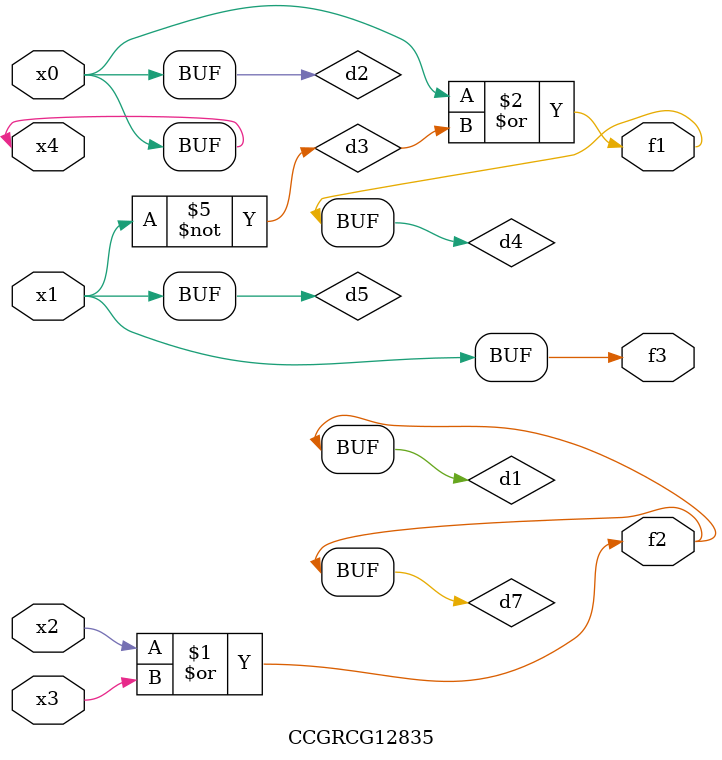
<source format=v>
module CCGRCG12835(
	input x0, x1, x2, x3, x4,
	output f1, f2, f3
);

	wire d1, d2, d3, d4, d5, d6, d7;

	or (d1, x2, x3);
	buf (d2, x0, x4);
	not (d3, x1);
	or (d4, d2, d3);
	not (d5, d3);
	nand (d6, d1, d3);
	or (d7, d1);
	assign f1 = d4;
	assign f2 = d7;
	assign f3 = d5;
endmodule

</source>
